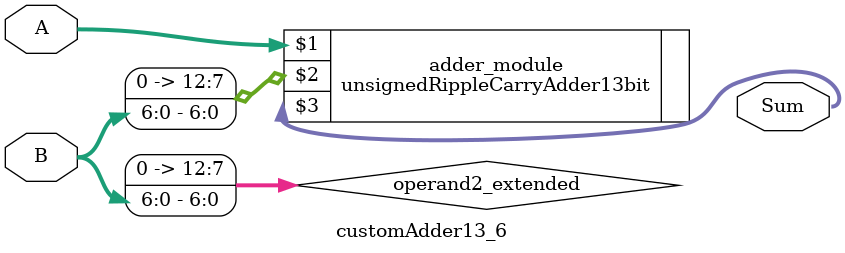
<source format=v>

module customAdder13_6(
                    input [12 : 0] A,
                    input [6 : 0] B,
                    
                    output [13 : 0] Sum
            );

    wire [12 : 0] operand2_extended;
    
    assign operand2_extended =  {6'b0, B};
    
    unsignedRippleCarryAdder13bit adder_module(
        A,
        operand2_extended,
        Sum
    );
    
endmodule
        
</source>
